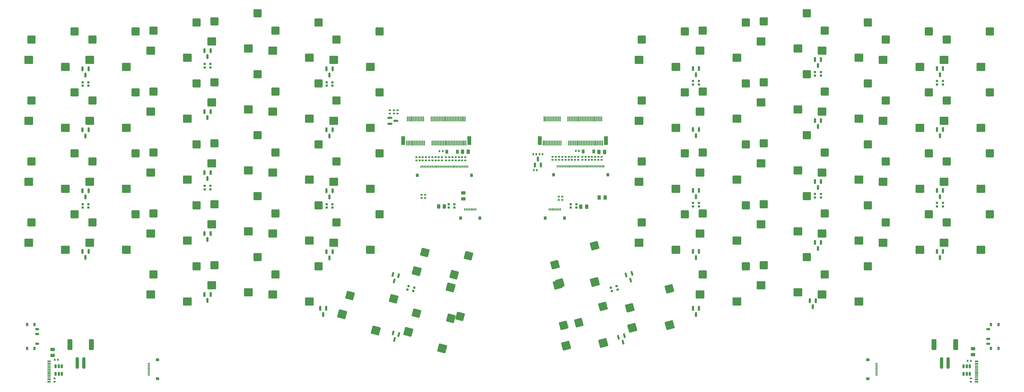
<source format=gbp>
%TF.GenerationSoftware,KiCad,Pcbnew,6.0.11-3.fc37*%
%TF.CreationDate,2023-03-28T23:22:27+01:00*%
%TF.ProjectId,ISS,4953532e-6b69-4636-9164-5f7063625858,1*%
%TF.SameCoordinates,Original*%
%TF.FileFunction,Paste,Bot*%
%TF.FilePolarity,Positive*%
%FSLAX46Y46*%
G04 Gerber Fmt 4.6, Leading zero omitted, Abs format (unit mm)*
G04 Created by KiCad (PCBNEW 6.0.11-3.fc37) date 2023-03-28 23:22:27*
%MOMM*%
%LPD*%
G01*
G04 APERTURE LIST*
G04 Aperture macros list*
%AMRoundRect*
0 Rectangle with rounded corners*
0 $1 Rounding radius*
0 $2 $3 $4 $5 $6 $7 $8 $9 X,Y pos of 4 corners*
0 Add a 4 corners polygon primitive as box body*
4,1,4,$2,$3,$4,$5,$6,$7,$8,$9,$2,$3,0*
0 Add four circle primitives for the rounded corners*
1,1,$1+$1,$2,$3*
1,1,$1+$1,$4,$5*
1,1,$1+$1,$6,$7*
1,1,$1+$1,$8,$9*
0 Add four rect primitives between the rounded corners*
20,1,$1+$1,$2,$3,$4,$5,0*
20,1,$1+$1,$4,$5,$6,$7,0*
20,1,$1+$1,$6,$7,$8,$9,0*
20,1,$1+$1,$8,$9,$2,$3,0*%
G04 Aperture macros list end*
%ADD10RoundRect,0.250000X1.025000X1.000000X-1.025000X1.000000X-1.025000X-1.000000X1.025000X-1.000000X0*%
%ADD11RoundRect,0.140000X-0.170000X0.140000X-0.170000X-0.140000X0.170000X-0.140000X0.170000X0.140000X0*%
%ADD12RoundRect,0.140000X0.170000X-0.140000X0.170000X0.140000X-0.170000X0.140000X-0.170000X-0.140000X0*%
%ADD13RoundRect,0.150000X-0.150000X0.587500X-0.150000X-0.587500X0.150000X-0.587500X0.150000X0.587500X0*%
%ADD14RoundRect,0.105000X-0.245000X-0.245000X0.245000X-0.245000X0.245000X0.245000X-0.245000X0.245000X0*%
%ADD15RoundRect,0.260000X1.065000X1.040000X-1.065000X1.040000X-1.065000X-1.040000X1.065000X-1.040000X0*%
%ADD16RoundRect,0.150000X0.150000X-0.475000X0.150000X0.475000X-0.150000X0.475000X-0.150000X-0.475000X0*%
%ADD17RoundRect,0.105000X0.245000X0.245000X-0.245000X0.245000X-0.245000X-0.245000X0.245000X-0.245000X0*%
%ADD18RoundRect,0.135000X-0.185000X0.135000X-0.185000X-0.135000X0.185000X-0.135000X0.185000X0.135000X0*%
%ADD19RoundRect,0.150000X0.150000X-0.587500X0.150000X0.587500X-0.150000X0.587500X-0.150000X-0.587500X0*%
%ADD20RoundRect,0.250000X0.450000X-0.262500X0.450000X0.262500X-0.450000X0.262500X-0.450000X-0.262500X0*%
%ADD21RoundRect,0.250000X0.262500X0.450000X-0.262500X0.450000X-0.262500X-0.450000X0.262500X-0.450000X0*%
%ADD22RoundRect,0.250000X1.248893X0.700636X-0.731255X1.231215X-1.248893X-0.700636X0.731255X-1.231215X0*%
%ADD23RoundRect,0.250000X-0.450000X0.262500X-0.450000X-0.262500X0.450000X-0.262500X0.450000X0.262500X0*%
%ADD24RoundRect,0.140000X-0.140000X-0.170000X0.140000X-0.170000X0.140000X0.170000X-0.140000X0.170000X0*%
%ADD25R,0.900000X1.200000*%
%ADD26R,0.300000X1.550000*%
%ADD27R,1.200000X2.750000*%
%ADD28RoundRect,0.250000X-0.262500X-0.450000X0.262500X-0.450000X0.262500X0.450000X-0.262500X0.450000X0*%
%ADD29R,1.100000X0.540000*%
%ADD30R,1.100000X0.300000*%
%ADD31RoundRect,0.250000X0.731255X1.231215X-1.248893X0.700636X-0.731255X-1.231215X1.248893X-0.700636X0*%
%ADD32RoundRect,0.250000X0.700636X-1.248893X1.231215X0.731255X-0.700636X1.248893X-1.231215X-0.731255X0*%
%ADD33R,0.300000X0.800000*%
%ADD34R,0.950000X1.000000*%
%ADD35RoundRect,0.135000X-0.135000X-0.185000X0.135000X-0.185000X0.135000X0.185000X-0.135000X0.185000X0*%
%ADD36RoundRect,0.150000X0.007167X0.606304X-0.296945X-0.528659X-0.007167X-0.606304X0.296945X0.528659X0*%
%ADD37RoundRect,0.260000X1.297883X0.728921X-0.759539X1.280205X-1.297883X-0.728921X0.759539X-1.280205X0*%
%ADD38RoundRect,0.250000X-0.250000X-1.500000X0.250000X-1.500000X0.250000X1.500000X-0.250000X1.500000X0*%
%ADD39RoundRect,0.250001X-0.499999X-1.449999X0.499999X-1.449999X0.499999X1.449999X-0.499999X1.449999X0*%
%ADD40RoundRect,0.150000X-0.296945X0.528659X0.007167X-0.606304X0.296945X-0.528659X-0.007167X0.606304X0*%
%ADD41RoundRect,0.105000X0.300062X0.173241X-0.173241X0.300062X-0.300062X-0.173241X0.173241X-0.300062X0*%
%ADD42RoundRect,0.260000X0.759539X1.280205X-1.297883X0.728921X-0.759539X-1.280205X1.297883X-0.728921X0*%
%ADD43RoundRect,0.105000X-0.173241X-0.300062X0.300062X-0.173241X0.173241X0.300062X-0.300062X0.173241X0*%
%ADD44R,0.800000X0.300000*%
%ADD45R,1.000000X0.950000*%
%ADD46RoundRect,0.135000X0.185000X-0.135000X0.185000X0.135000X-0.185000X0.135000X-0.185000X-0.135000X0*%
%ADD47RoundRect,0.250000X-1.231215X0.731255X-0.700636X-1.248893X1.231215X-0.731255X0.700636X1.248893X0*%
%ADD48RoundRect,0.090000X0.535000X-0.210000X0.535000X0.210000X-0.535000X0.210000X-0.535000X-0.210000X0*%
%ADD49RoundRect,0.105000X-0.245000X-0.445000X0.245000X-0.445000X0.245000X0.445000X-0.245000X0.445000X0*%
%ADD50RoundRect,0.140000X0.140000X0.170000X-0.140000X0.170000X-0.140000X-0.170000X0.140000X-0.170000X0*%
%ADD51RoundRect,0.150000X-0.587500X-0.150000X0.587500X-0.150000X0.587500X0.150000X-0.587500X0.150000X0*%
%ADD52RoundRect,0.090000X-0.535000X0.210000X-0.535000X-0.210000X0.535000X-0.210000X0.535000X0.210000X0*%
%ADD53RoundRect,0.105000X0.245000X0.445000X-0.245000X0.445000X-0.245000X-0.445000X0.245000X-0.445000X0*%
G04 APERTURE END LIST*
D10*
%TO.C,MX_SW1*%
X2165000Y-12700000D03*
X15615000Y-10160000D03*
%TD*%
D11*
%TO.C,C9*%
X132639642Y-49430874D03*
X132639642Y-50390874D03*
%TD*%
D12*
%TO.C,C5*%
X137639642Y-50390874D03*
X137639642Y-49430874D03*
%TD*%
D13*
%TO.C,D2*%
X56200000Y-16128125D03*
X58100000Y-16128125D03*
X57150000Y-18003125D03*
%TD*%
D10*
%TO.C,MX_SW7*%
X2165000Y-31750000D03*
X15615000Y-29210000D03*
%TD*%
D14*
%TO.C,UG106*%
X208743568Y-64851250D03*
X208743568Y-63751250D03*
X210573568Y-63751250D03*
X210573568Y-64851250D03*
%TD*%
D15*
%TO.C,CH_SW20*%
X20330000Y-76140000D03*
X31820000Y-78340000D03*
%TD*%
D10*
%TO.C,MX_SW108*%
X268973568Y-31750000D03*
X282423568Y-29210000D03*
%TD*%
D16*
%TO.C,U2*%
X295183568Y-117107500D03*
X294233568Y-117107500D03*
X293283568Y-117182500D03*
X293283568Y-114757500D03*
X294233568Y-114757500D03*
X295183568Y-114757500D03*
%TD*%
D10*
%TO.C,MX_SW101*%
X288023568Y-12700000D03*
X301473568Y-10160000D03*
%TD*%
D17*
%TO.C,UG103*%
X210573568Y-25651250D03*
X210573568Y-26751250D03*
X208743568Y-26751250D03*
X208743568Y-25651250D03*
%TD*%
D11*
%TO.C,C118*%
X166933568Y-49315001D03*
X166933568Y-50275001D03*
%TD*%
D15*
%TO.C,CH_SW6*%
X96530000Y-18990000D03*
X108020000Y-21190000D03*
%TD*%
D13*
%TO.C,D105*%
X246808568Y-37956250D03*
X248708568Y-37956250D03*
X247758568Y-39831250D03*
%TD*%
%TO.C,D9*%
X94300000Y-59943125D03*
X96200000Y-59943125D03*
X95250000Y-61818125D03*
%TD*%
%TO.C,D8*%
X56200000Y-54228125D03*
X58100000Y-54228125D03*
X57150000Y-56103125D03*
%TD*%
D12*
%TO.C,C111*%
X172933568Y-50275001D03*
X172933568Y-49315001D03*
%TD*%
D10*
%TO.C,MX_SW22*%
X59315000Y-64135000D03*
X72765000Y-61595000D03*
%TD*%
D11*
%TO.C,C8*%
X133639643Y-49430874D03*
X133639643Y-50390874D03*
%TD*%
%TO.C,C108*%
X176208569Y-49315001D03*
X176208569Y-50275001D03*
%TD*%
D12*
%TO.C,C114*%
X170933568Y-50275001D03*
X170933568Y-49315001D03*
%TD*%
D18*
%TO.C,R104*%
X167908568Y-61800000D03*
X167908568Y-62820000D03*
%TD*%
D13*
%TO.C,D114*%
X245221068Y-94312500D03*
X247121068Y-94312500D03*
X246171068Y-96187500D03*
%TD*%
D19*
%TO.C,U102*%
X161258568Y-51875001D03*
X159358568Y-51875001D03*
X160308568Y-50000001D03*
%TD*%
D20*
%TO.C,R4*%
X136997858Y-62450001D03*
X136997858Y-60625001D03*
%TD*%
D21*
%TO.C,R5*%
X131150000Y-64800000D03*
X129325000Y-64800000D03*
%TD*%
D17*
%TO.C,UG102*%
X248673568Y-22793750D03*
X248673568Y-23893750D03*
X246843568Y-23893750D03*
X246843568Y-22793750D03*
%TD*%
D10*
%TO.C,MX_SW4*%
X59315000Y-6985000D03*
X72765000Y-4445000D03*
%TD*%
D22*
%TO.C,MX_SW30*%
X122364981Y-98198935D03*
X136014084Y-99226600D03*
%TD*%
D10*
%TO.C,MX_SW23*%
X78365000Y-66992500D03*
X91815000Y-64452500D03*
%TD*%
D23*
%TO.C,F101*%
X8750000Y-109542500D03*
X8750000Y-111367500D03*
%TD*%
D24*
%TO.C,C103*%
X159008568Y-53437500D03*
X159968568Y-53437500D03*
%TD*%
D15*
%TO.C,CH_SW27*%
X58430000Y-89475000D03*
X69920000Y-91675000D03*
%TD*%
D11*
%TO.C,C20*%
X122364642Y-49430874D03*
X122364642Y-50390874D03*
%TD*%
D13*
%TO.C,D11*%
X56200000Y-73278125D03*
X58100000Y-73278125D03*
X57150000Y-75153125D03*
%TD*%
D15*
%TO.C,CH_SW13*%
X1280000Y-57090000D03*
X12770000Y-59290000D03*
%TD*%
%TO.C,CH_SW7*%
X1280000Y-38040000D03*
X12770000Y-40240000D03*
%TD*%
D25*
%TO.C,D117*%
X177758568Y-47625001D03*
X174458568Y-47625001D03*
%TD*%
D10*
%TO.C,MX_SW21*%
X40265000Y-66992500D03*
X53715000Y-64452500D03*
%TD*%
D11*
%TO.C,C120*%
X164933568Y-49315001D03*
X164933568Y-50275001D03*
%TD*%
D26*
%TO.C,M101*%
X161975000Y-45000001D03*
X162225000Y-37450001D03*
X162475000Y-45000001D03*
X162725000Y-37450001D03*
X162975000Y-45000001D03*
X163225000Y-37450001D03*
X163475000Y-45000001D03*
X163725000Y-37450001D03*
X163975000Y-45000001D03*
X164225000Y-37450001D03*
X164475000Y-45000001D03*
X164725000Y-37450001D03*
X164975000Y-45000001D03*
X165225000Y-37450001D03*
X165475000Y-45000001D03*
X165725000Y-37450001D03*
X165975000Y-45000001D03*
X166225000Y-37450001D03*
X166475000Y-45000001D03*
X166725000Y-37450001D03*
X166975000Y-45000001D03*
X167225000Y-37450001D03*
X167475000Y-45000001D03*
X169725000Y-37450001D03*
X169975000Y-45000001D03*
X170225000Y-37450001D03*
X170475000Y-45000001D03*
X170725000Y-37450001D03*
X170975000Y-45000001D03*
X171225000Y-37450001D03*
X171475000Y-45000001D03*
X171725000Y-37450001D03*
X171975000Y-45000001D03*
X172225000Y-37450001D03*
X172475000Y-45000001D03*
X172725000Y-37450001D03*
X172975000Y-45000001D03*
X173225000Y-37450001D03*
X173475000Y-45000001D03*
X173725000Y-37450001D03*
X173975000Y-45000001D03*
X174225000Y-37450001D03*
X174475000Y-45000001D03*
X174725000Y-37450001D03*
X174975000Y-45000001D03*
X175225000Y-37450001D03*
X175475000Y-45000001D03*
X175725000Y-37450001D03*
X175975000Y-45000001D03*
X176225000Y-37450001D03*
X176475000Y-45000001D03*
X176725000Y-37450001D03*
X176975000Y-45000001D03*
X177225000Y-37450001D03*
X177475000Y-45000001D03*
X177725000Y-37450001D03*
X177975000Y-45000001D03*
X178225000Y-37450001D03*
X178475000Y-45000001D03*
X178725000Y-37450001D03*
X178975000Y-45000001D03*
X179225000Y-37450001D03*
X179475000Y-45000001D03*
X179725000Y-37450001D03*
X179975000Y-45000001D03*
X180225000Y-37450001D03*
X180475000Y-45000001D03*
D27*
X160875000Y-44225001D03*
X181575000Y-44225001D03*
%TD*%
D28*
%TO.C,R105*%
X179496068Y-62000000D03*
X181321068Y-62000000D03*
%TD*%
D12*
%TO.C,C117*%
X167933568Y-50275001D03*
X167933568Y-49315001D03*
%TD*%
D29*
%TO.C,J1*%
X297273568Y-113227501D03*
X297273568Y-113977501D03*
D30*
X297273568Y-115177501D03*
X297273568Y-116177501D03*
X297273568Y-116677501D03*
X297273568Y-117677501D03*
D29*
X297273568Y-118877501D03*
X297273568Y-119627501D03*
X297273568Y-119627501D03*
X297273568Y-118877501D03*
D30*
X297273568Y-118177501D03*
X297273568Y-117177501D03*
X297273568Y-115677501D03*
X297273568Y-114677501D03*
D29*
X297273568Y-113977501D03*
X297273568Y-113227501D03*
%TD*%
D31*
%TO.C,MX_SW129*%
X189026158Y-96461936D03*
X201360460Y-90527368D03*
%TD*%
D15*
%TO.C,CH_SW10*%
X58430000Y-32325000D03*
X69920000Y-34525000D03*
%TD*%
D10*
%TO.C,MX_SW14*%
X21215000Y-50800000D03*
X34665000Y-48260000D03*
%TD*%
D14*
%TO.C,UG1*%
X18135000Y-27100000D03*
X18135000Y-26000000D03*
X19965000Y-26000000D03*
X19965000Y-27100000D03*
%TD*%
D10*
%TO.C,MX_SW10*%
X59315000Y-26035000D03*
X72765000Y-23495000D03*
%TD*%
D32*
%TO.C,MX_SW31*%
X134137875Y-86113372D03*
X133110210Y-99762475D03*
%TD*%
D33*
%TO.C,J102*%
X167350000Y-65725000D03*
X166850000Y-65725000D03*
X166350000Y-65725000D03*
X165850000Y-65725000D03*
X165350000Y-65725000D03*
X164850000Y-65725000D03*
X164350000Y-65725000D03*
X163850000Y-65725000D03*
D34*
X168575000Y-68425000D03*
X162625000Y-68425000D03*
%TD*%
D10*
%TO.C,MX_SW16*%
X59315000Y-45085000D03*
X72765000Y-42545000D03*
%TD*%
D13*
%TO.C,D4*%
X18100000Y-40893125D03*
X20000000Y-40893125D03*
X19050000Y-42768125D03*
%TD*%
D10*
%TO.C,MX_SW117*%
X211823568Y-47942500D03*
X225273568Y-45402500D03*
%TD*%
D12*
%TO.C,C3*%
X114050000Y-35750000D03*
X114050000Y-34790000D03*
%TD*%
D35*
%TO.C,R102*%
X9424999Y-112707500D03*
X10444999Y-112707500D03*
%TD*%
D36*
%TO.C,D13*%
X115001946Y-86033989D03*
X116837205Y-86525746D03*
X115434290Y-88090978D03*
%TD*%
D10*
%TO.C,MX_SW8*%
X21215000Y-31750000D03*
X34665000Y-29210000D03*
%TD*%
%TO.C,MX_SW24*%
X97415000Y-69850000D03*
X110865000Y-67310000D03*
%TD*%
D15*
%TO.C,CH_SW28*%
X77480000Y-92332500D03*
X88970000Y-94532500D03*
%TD*%
D12*
%TO.C,C13*%
X129364642Y-50390874D03*
X129364642Y-49430874D03*
%TD*%
D15*
%TO.C,CH_SW22*%
X58430000Y-70425000D03*
X69920000Y-72625000D03*
%TD*%
%TO.C,CH_SW21*%
X39380000Y-73282500D03*
X50870000Y-75482500D03*
%TD*%
D22*
%TO.C,MX_SW25*%
X124995373Y-79181735D03*
X138644476Y-80209400D03*
%TD*%
D13*
%TO.C,D10*%
X18100000Y-78834375D03*
X20000000Y-78834375D03*
X19050000Y-80709375D03*
%TD*%
D15*
%TO.C,CH_SW102*%
X268088568Y-18990000D03*
X279578568Y-21190000D03*
%TD*%
D21*
%TO.C,R3*%
X138595000Y-47710000D03*
X136770000Y-47710000D03*
%TD*%
D15*
%TO.C,CH_SW9*%
X39380000Y-35182500D03*
X50870000Y-37382500D03*
%TD*%
D10*
%TO.C,MX_SW3*%
X40265000Y-9842500D03*
X53715000Y-7302500D03*
%TD*%
D15*
%TO.C,CH_SW3*%
X39380000Y-16132500D03*
X50870000Y-18332500D03*
%TD*%
D13*
%TO.C,D3*%
X94300000Y-21843125D03*
X96200000Y-21843125D03*
X95250000Y-23718125D03*
%TD*%
D12*
%TO.C,C17*%
X125364642Y-50390874D03*
X125364642Y-49430874D03*
%TD*%
D17*
%TO.C,UG4*%
X19965000Y-64100000D03*
X19965000Y-65200000D03*
X18135000Y-65200000D03*
X18135000Y-64100000D03*
%TD*%
D10*
%TO.C,MX_SW110*%
X230873568Y-26035000D03*
X244323568Y-23495000D03*
%TD*%
D11*
%TO.C,C107*%
X178208568Y-49315001D03*
X178208568Y-50275001D03*
%TD*%
%TO.C,C110*%
X174208568Y-49315001D03*
X174208568Y-50275001D03*
%TD*%
D14*
%TO.C,UG105*%
X246843568Y-61993750D03*
X246843568Y-60893750D03*
X248673568Y-60893750D03*
X248673568Y-61993750D03*
%TD*%
D10*
%TO.C,MX_SW17*%
X78365000Y-47942500D03*
X91815000Y-45402500D03*
%TD*%
D15*
%TO.C,CH_SW8*%
X20330000Y-38040000D03*
X31820000Y-40240000D03*
%TD*%
D11*
%TO.C,C6*%
X134639641Y-49430874D03*
X134639641Y-50390874D03*
%TD*%
D10*
%TO.C,MX_SW28*%
X78365000Y-86042500D03*
X91815000Y-83502500D03*
%TD*%
D37*
%TO.C,CH_SW30*%
X119882165Y-104045554D03*
X130411251Y-109144421D03*
%TD*%
D10*
%TO.C,MX_SW13*%
X2165000Y-50800000D03*
X15615000Y-48260000D03*
%TD*%
%TO.C,MX_SW114*%
X268973568Y-50800000D03*
X282423568Y-48260000D03*
%TD*%
%TO.C,MX_SW118*%
X192773568Y-50800000D03*
X206223568Y-48260000D03*
%TD*%
D12*
%TO.C,C2*%
X115400000Y-35750000D03*
X115400000Y-34790000D03*
%TD*%
D15*
%TO.C,CH_SW114*%
X268088568Y-57090000D03*
X279578568Y-59290000D03*
%TD*%
D10*
%TO.C,MX_SW106*%
X192773568Y-12700000D03*
X206223568Y-10160000D03*
%TD*%
%TO.C,MX_SW11*%
X78365000Y-28892500D03*
X91815000Y-26352500D03*
%TD*%
D15*
%TO.C,CH_SW16*%
X58430000Y-51375000D03*
X69920000Y-53575000D03*
%TD*%
%TO.C,CH_SW5*%
X77480000Y-16132500D03*
X88970000Y-18332500D03*
%TD*%
D10*
%TO.C,MX_SW112*%
X192773568Y-31750000D03*
X206223568Y-29210000D03*
%TD*%
D15*
%TO.C,CH_SW12*%
X96530000Y-38040000D03*
X108020000Y-40240000D03*
%TD*%
D11*
%TO.C,C10*%
X131639642Y-49430874D03*
X131639642Y-50390874D03*
%TD*%
D15*
%TO.C,CH_SW24*%
X96530000Y-76140000D03*
X108020000Y-78340000D03*
%TD*%
D10*
%TO.C,MX_SW9*%
X40265000Y-28892500D03*
X53715000Y-26352500D03*
%TD*%
%TO.C,MX_SW121*%
X249923568Y-66992500D03*
X263373568Y-64452500D03*
%TD*%
D31*
%TO.C,MX_SW130*%
X168325160Y-102008752D03*
X180659462Y-96074184D03*
%TD*%
D10*
%TO.C,MX_SW119*%
X288023568Y-69850000D03*
X301473568Y-67310000D03*
%TD*%
D12*
%TO.C,C113*%
X171933568Y-50275001D03*
X171933568Y-49315001D03*
%TD*%
D10*
%TO.C,MX_SW26*%
X40265000Y-86042500D03*
X53715000Y-83502500D03*
%TD*%
D15*
%TO.C,CH_SW104*%
X229988568Y-13275000D03*
X241478568Y-15475000D03*
%TD*%
D13*
%TO.C,D109*%
X208708568Y-59863750D03*
X210608568Y-59863750D03*
X209658568Y-61738750D03*
%TD*%
D10*
%TO.C,MX_SW116*%
X230873568Y-45085000D03*
X244323568Y-42545000D03*
%TD*%
%TO.C,MX_SW127*%
X230873568Y-83185000D03*
X244323568Y-80645000D03*
%TD*%
D13*
%TO.C,D104*%
X284908568Y-40813750D03*
X286808568Y-40813750D03*
X285858568Y-42688750D03*
%TD*%
D38*
%TO.C,J104*%
X16500000Y-113757500D03*
X18500000Y-113757500D03*
D39*
X14150000Y-108007500D03*
X20850000Y-108007500D03*
%TD*%
D10*
%TO.C,MX_SW19*%
X2165000Y-69850000D03*
X15615000Y-67310000D03*
%TD*%
D15*
%TO.C,CH_SW123*%
X210938568Y-73282500D03*
X222428568Y-75482500D03*
%TD*%
D10*
%TO.C,MX_SW120*%
X268973568Y-69850000D03*
X282423568Y-67310000D03*
%TD*%
%TO.C,MX_SW18*%
X97415000Y-50800000D03*
X110865000Y-48260000D03*
%TD*%
D15*
%TO.C,CH_SW23*%
X77480000Y-73282500D03*
X88970000Y-75482500D03*
%TD*%
%TO.C,CH_SW103*%
X249038568Y-16132500D03*
X260528568Y-18332500D03*
%TD*%
%TO.C,CH_SW15*%
X39380000Y-54232500D03*
X50870000Y-56432500D03*
%TD*%
D11*
%TO.C,C119*%
X165933567Y-49315001D03*
X165933567Y-50275001D03*
%TD*%
D10*
%TO.C,MX_SW113*%
X288023568Y-50800000D03*
X301473568Y-48260000D03*
%TD*%
D15*
%TO.C,CH_SW106*%
X191888568Y-18990000D03*
X203378568Y-21190000D03*
%TD*%
D11*
%TO.C,C106*%
X177208567Y-49315001D03*
X177208567Y-50275001D03*
%TD*%
D12*
%TO.C,C15*%
X127364643Y-50390874D03*
X127364643Y-49430874D03*
%TD*%
D18*
%TO.C,R103*%
X166808568Y-61799999D03*
X166808568Y-62819999D03*
%TD*%
D40*
%TO.C,D116*%
X185479546Y-105702823D03*
X187314805Y-105211066D03*
X186882461Y-107268055D03*
%TD*%
D15*
%TO.C,CH_SW4*%
X58430000Y-13275000D03*
X69920000Y-15475000D03*
%TD*%
D10*
%TO.C,MX_SW111*%
X211823568Y-28892500D03*
X225273568Y-26352500D03*
%TD*%
D17*
%TO.C,UG5*%
X58065000Y-58385000D03*
X58065000Y-59485000D03*
X56235000Y-59485000D03*
X56235000Y-58385000D03*
%TD*%
D13*
%TO.C,D110*%
X284908568Y-78913750D03*
X286808568Y-78913750D03*
X285858568Y-80788750D03*
%TD*%
D11*
%TO.C,C7*%
X135639642Y-49430874D03*
X135639642Y-50390874D03*
%TD*%
D13*
%TO.C,D12*%
X94300000Y-78993125D03*
X96200000Y-78993125D03*
X95250000Y-80868125D03*
%TD*%
D15*
%TO.C,CH_SW116*%
X229988568Y-51375000D03*
X241478568Y-53575000D03*
%TD*%
%TO.C,CH_SW115*%
X249038568Y-54232500D03*
X260528568Y-56432500D03*
%TD*%
D28*
%TO.C,R107*%
X173734315Y-64900000D03*
X175559315Y-64900000D03*
%TD*%
D15*
%TO.C,CH_SW117*%
X210938568Y-54232500D03*
X222428568Y-56432500D03*
%TD*%
D11*
%TO.C,C19*%
X123364641Y-49430874D03*
X123364641Y-50390874D03*
%TD*%
D12*
%TO.C,C104*%
X179208568Y-50275001D03*
X179208568Y-49315001D03*
%TD*%
D13*
%TO.C,D1*%
X18100000Y-21843125D03*
X20000000Y-21843125D03*
X19050000Y-23718125D03*
%TD*%
%TO.C,D102*%
X246808568Y-18906250D03*
X248708568Y-18906250D03*
X247758568Y-20781250D03*
%TD*%
D17*
%TO.C,UG7*%
X134262858Y-64100000D03*
X134262858Y-65200000D03*
X132432858Y-65200000D03*
X132432858Y-64100000D03*
%TD*%
D16*
%TO.C,U101*%
X11625000Y-117107500D03*
X10675000Y-117107500D03*
X9725000Y-117182500D03*
X9725000Y-114757500D03*
X10675000Y-114757500D03*
X11625000Y-114757500D03*
%TD*%
D13*
%TO.C,D107*%
X284908568Y-59863750D03*
X286808568Y-59863750D03*
X285858568Y-61738750D03*
%TD*%
D10*
%TO.C,MX_SW27*%
X59315000Y-83185000D03*
X72765000Y-80645000D03*
%TD*%
D13*
%TO.C,D101*%
X284908568Y-21763750D03*
X286808568Y-21763750D03*
X285858568Y-23638750D03*
%TD*%
D41*
%TO.C,UG9*%
X121676173Y-90193060D03*
X121391472Y-91255579D03*
X119623827Y-90781940D03*
X119908528Y-89719421D03*
%TD*%
D12*
%TO.C,C116*%
X168933568Y-50275001D03*
X168933568Y-49315001D03*
%TD*%
D10*
%TO.C,MX_SW15*%
X40265000Y-47942500D03*
X53715000Y-45402500D03*
%TD*%
D15*
%TO.C,CH_SW1*%
X1280000Y-18990000D03*
X12770000Y-21190000D03*
%TD*%
D10*
%TO.C,MX_SW12*%
X97415000Y-31750000D03*
X110865000Y-29210000D03*
%TD*%
D14*
%TO.C,UG107*%
X170537142Y-65200000D03*
X170537142Y-64100000D03*
X172367142Y-64100000D03*
X172367142Y-65200000D03*
%TD*%
D29*
%TO.C,J101*%
X7635000Y-119627501D03*
X7635000Y-118877501D03*
D30*
X7635000Y-117677501D03*
X7635000Y-116677501D03*
X7635000Y-116177501D03*
X7635000Y-115177501D03*
D29*
X7635000Y-113977501D03*
X7635000Y-113227501D03*
X7635000Y-113227501D03*
X7635000Y-113977501D03*
D30*
X7635000Y-114677501D03*
X7635000Y-115677501D03*
X7635000Y-117177501D03*
X7635000Y-118177501D03*
D29*
X7635000Y-118877501D03*
X7635000Y-119627501D03*
%TD*%
D42*
%TO.C,CH_SW130*%
X169098287Y-108313480D03*
X180766177Y-107464686D03*
%TD*%
D14*
%TO.C,UG104*%
X284943568Y-64851250D03*
X284943568Y-63751250D03*
X286773568Y-63751250D03*
X286773568Y-64851250D03*
%TD*%
D37*
%TO.C,CH_SW29*%
X99181167Y-98498738D03*
X109710253Y-103597605D03*
%TD*%
D43*
%TO.C,UG108*%
X183408528Y-91255579D03*
X183123827Y-90193060D03*
X184891472Y-89719421D03*
X185176173Y-90781940D03*
%TD*%
D15*
%TO.C,CH_SW18*%
X96530000Y-57090000D03*
X108020000Y-59290000D03*
%TD*%
D10*
%TO.C,MX_SW115*%
X249923568Y-47942500D03*
X263373568Y-45402500D03*
%TD*%
%TO.C,MX_SW104*%
X230873568Y-6985000D03*
X244323568Y-4445000D03*
%TD*%
%TO.C,MX_SW102*%
X268973568Y-12700000D03*
X282423568Y-10160000D03*
%TD*%
D44*
%TO.C,J7*%
X266098568Y-117450000D03*
X266098568Y-116950000D03*
X266098568Y-116450000D03*
X266098568Y-115950000D03*
X266098568Y-115450000D03*
X266098568Y-114950000D03*
X266098568Y-114450000D03*
X266098568Y-113950000D03*
D45*
X263398568Y-118675000D03*
X263398568Y-112725000D03*
%TD*%
D12*
%TO.C,C11*%
X130364642Y-50390874D03*
X130364642Y-49430874D03*
%TD*%
D13*
%TO.C,D112*%
X208708568Y-78913750D03*
X210608568Y-78913750D03*
X209658568Y-80788750D03*
%TD*%
D26*
%TO.C,M1*%
X119325000Y-45000001D03*
X119575000Y-37450001D03*
X119825000Y-45000001D03*
X120075000Y-37450001D03*
X120325000Y-45000001D03*
X120575000Y-37450001D03*
X120825000Y-45000001D03*
X121075000Y-37450001D03*
X121325000Y-45000001D03*
X121575000Y-37450001D03*
X121825000Y-45000001D03*
X122075000Y-37450001D03*
X122325000Y-45000001D03*
X122575000Y-37450001D03*
X122825000Y-45000001D03*
X123075000Y-37450001D03*
X123325000Y-45000001D03*
X123575000Y-37450001D03*
X123825000Y-45000001D03*
X124075000Y-37450001D03*
X124325000Y-45000001D03*
X124575000Y-37450001D03*
X124825000Y-45000001D03*
X127075000Y-37450001D03*
X127325000Y-45000001D03*
X127575000Y-37450001D03*
X127825000Y-45000001D03*
X128075000Y-37450001D03*
X128325000Y-45000001D03*
X128575000Y-37450001D03*
X128825000Y-45000001D03*
X129075000Y-37450001D03*
X129325000Y-45000001D03*
X129575000Y-37450001D03*
X129825000Y-45000001D03*
X130075000Y-37450001D03*
X130325000Y-45000001D03*
X130575000Y-37450001D03*
X130825000Y-45000001D03*
X131075000Y-37450001D03*
X131325000Y-45000001D03*
X131575000Y-37450001D03*
X131825000Y-45000001D03*
X132075000Y-37450001D03*
X132325000Y-45000001D03*
X132575000Y-37450001D03*
X132825000Y-45000001D03*
X133075000Y-37450001D03*
X133325000Y-45000001D03*
X133575000Y-37450001D03*
X133825000Y-45000001D03*
X134075000Y-37450001D03*
X134325000Y-45000001D03*
X134575000Y-37450001D03*
X134825000Y-45000001D03*
X135075000Y-37450001D03*
X135325000Y-45000001D03*
X135575000Y-37450001D03*
X135825000Y-45000001D03*
X136075000Y-37450001D03*
X136325000Y-45000001D03*
X136575000Y-37450001D03*
X136825000Y-45000001D03*
X137075000Y-37450001D03*
X137325000Y-45000001D03*
X137575000Y-37450001D03*
X137825000Y-45000001D03*
D27*
X118225000Y-44225001D03*
X138925000Y-44225001D03*
%TD*%
D15*
%TO.C,CH_SW17*%
X77480000Y-54232500D03*
X88970000Y-56432500D03*
%TD*%
D33*
%TO.C,J6*%
X138364642Y-52365873D03*
X137864642Y-52365873D03*
X137364642Y-52365873D03*
X136864642Y-52365873D03*
X136364642Y-52365873D03*
X135864642Y-52365873D03*
X135364642Y-52365873D03*
X134864642Y-52365873D03*
X134364642Y-52365873D03*
X133864642Y-52365873D03*
X133364642Y-52365873D03*
X132864642Y-52365873D03*
X132364642Y-52365873D03*
X131864642Y-52365873D03*
X131364642Y-52365873D03*
X130864642Y-52365873D03*
X130364642Y-52365873D03*
X129864642Y-52365873D03*
X129364642Y-52365873D03*
X128864642Y-52365873D03*
X128364642Y-52365873D03*
X127864642Y-52365873D03*
X127364642Y-52365873D03*
X126864642Y-52365873D03*
X126364642Y-52365873D03*
X125864642Y-52365873D03*
X125364642Y-52365873D03*
X124864642Y-52365873D03*
X124364642Y-52365873D03*
X123864642Y-52365873D03*
D34*
X139589642Y-55065873D03*
X122639642Y-55065873D03*
%TD*%
D46*
%TO.C,R6*%
X124010000Y-62159999D03*
X124010000Y-61139999D03*
%TD*%
D15*
%TO.C,CH_SW11*%
X77480000Y-35182500D03*
X88970000Y-37382500D03*
%TD*%
D24*
%TO.C,C101*%
X160808568Y-48437500D03*
X161768568Y-48437500D03*
%TD*%
D13*
%TO.C,D103*%
X208708568Y-21763750D03*
X210608568Y-21763750D03*
X209658568Y-23638750D03*
%TD*%
D10*
%TO.C,MX_SW105*%
X211823568Y-9842500D03*
X225273568Y-7302500D03*
%TD*%
D40*
%TO.C,D113*%
X187860796Y-86255948D03*
X189696055Y-85764191D03*
X189263711Y-87821180D03*
%TD*%
D10*
%TO.C,MX_SW122*%
X230873568Y-64135000D03*
X244323568Y-61595000D03*
%TD*%
D24*
%TO.C,C12*%
X129604642Y-47540874D03*
X130564642Y-47540874D03*
%TD*%
D15*
%TO.C,CH_SW111*%
X210938568Y-35182500D03*
X222428568Y-37382500D03*
%TD*%
D10*
%TO.C,MX_SW107*%
X288023568Y-31750000D03*
X301473568Y-29210000D03*
%TD*%
D38*
%TO.C,J3*%
X286408568Y-113757500D03*
X288408568Y-113757500D03*
D39*
X290758568Y-108007500D03*
X284058568Y-108007500D03*
%TD*%
D33*
%TO.C,J2*%
X140950000Y-65725000D03*
X140450000Y-65725000D03*
X139950000Y-65725000D03*
X139450000Y-65725000D03*
X138950000Y-65725000D03*
X138450000Y-65725000D03*
X137950000Y-65725000D03*
X137450000Y-65725000D03*
D34*
X142175000Y-68425000D03*
X136225000Y-68425000D03*
%TD*%
D15*
%TO.C,CH_SW105*%
X210938568Y-16132500D03*
X222428568Y-18332500D03*
%TD*%
%TO.C,CH_SW2*%
X20330000Y-18990000D03*
X31820000Y-21190000D03*
%TD*%
D14*
%TO.C,UG3*%
X94335000Y-27100000D03*
X94335000Y-26000000D03*
X96165000Y-26000000D03*
X96165000Y-27100000D03*
%TD*%
D24*
%TO.C,C112*%
X172173568Y-47425001D03*
X173133568Y-47425001D03*
%TD*%
D12*
%TO.C,C4*%
X136639642Y-50390874D03*
X136639642Y-49430874D03*
%TD*%
D14*
%TO.C,UG2*%
X56235000Y-21385000D03*
X56235000Y-20285000D03*
X58065000Y-20285000D03*
X58065000Y-21385000D03*
%TD*%
D15*
%TO.C,CH_SW120*%
X268088568Y-76140000D03*
X279578568Y-78340000D03*
%TD*%
%TO.C,CH_SW101*%
X287138568Y-18990000D03*
X298628568Y-21190000D03*
%TD*%
D47*
%TO.C,MX_SW131*%
X173077979Y-101123465D03*
X167143411Y-88789163D03*
%TD*%
D15*
%TO.C,CH_SW113*%
X287138568Y-57090000D03*
X298628568Y-59290000D03*
%TD*%
D12*
%TO.C,C14*%
X128364642Y-50390874D03*
X128364642Y-49430874D03*
%TD*%
D46*
%TO.C,R7*%
X125100000Y-62169999D03*
X125100000Y-61149999D03*
%TD*%
D15*
%TO.C,CH_SW14*%
X20330000Y-57090000D03*
X31820000Y-59290000D03*
%TD*%
D10*
%TO.C,MX_SW6*%
X97415000Y-12700000D03*
X110865000Y-10160000D03*
%TD*%
D17*
%TO.C,UG6*%
X96165000Y-64100000D03*
X96165000Y-65200000D03*
X94335000Y-65200000D03*
X94335000Y-64100000D03*
%TD*%
D42*
%TO.C,CH_SW125*%
X166467895Y-89296280D03*
X178135785Y-88447486D03*
%TD*%
D15*
%TO.C,CH_SW124*%
X191888568Y-76140000D03*
X203378568Y-78340000D03*
%TD*%
D48*
%TO.C,SW101*%
X3920000Y-107707500D03*
X3920000Y-104707500D03*
X3920000Y-103207500D03*
D49*
X770000Y-101757500D03*
X3070000Y-109157500D03*
X770000Y-109157500D03*
X3070000Y-101757500D03*
%TD*%
D28*
%TO.C,R106*%
X179338926Y-47800000D03*
X181163926Y-47800000D03*
%TD*%
D50*
%TO.C,C102*%
X159808568Y-48437500D03*
X158848568Y-48437500D03*
%TD*%
D18*
%TO.C,R2*%
X295508568Y-118597500D03*
X295508568Y-119617500D03*
%TD*%
D15*
%TO.C,CH_SW118*%
X191888568Y-57090000D03*
X203378568Y-59290000D03*
%TD*%
D23*
%TO.C,F1*%
X296200000Y-109287500D03*
X296200000Y-111112500D03*
%TD*%
D10*
%TO.C,MX_SW123*%
X211823568Y-66992500D03*
X225273568Y-64452500D03*
%TD*%
%TO.C,MX_SW109*%
X249923568Y-28892500D03*
X263373568Y-26352500D03*
%TD*%
D13*
%TO.C,D111*%
X246808568Y-76056250D03*
X248708568Y-76056250D03*
X247758568Y-77931250D03*
%TD*%
D15*
%TO.C,CH_SW110*%
X229988568Y-32325000D03*
X241478568Y-34525000D03*
%TD*%
%TO.C,CH_SW19*%
X1280000Y-76140000D03*
X12770000Y-78340000D03*
%TD*%
%TO.C,CH_SW112*%
X191888568Y-38040000D03*
X203378568Y-40240000D03*
%TD*%
D10*
%TO.C,MX_SW126*%
X249923568Y-86042500D03*
X263373568Y-83502500D03*
%TD*%
D15*
%TO.C,CH_SW126*%
X249038568Y-92332500D03*
X260528568Y-94532500D03*
%TD*%
D10*
%TO.C,MX_SW128*%
X211823568Y-86042500D03*
X225273568Y-83502500D03*
%TD*%
D31*
%TO.C,MX_SW125*%
X165694768Y-82991552D03*
X178029070Y-77056984D03*
%TD*%
D10*
%TO.C,MX_SW5*%
X78365000Y-9842500D03*
X91815000Y-7302500D03*
%TD*%
D13*
%TO.C,D7*%
X18100000Y-59943125D03*
X20000000Y-59943125D03*
X19050000Y-61818125D03*
%TD*%
D10*
%TO.C,MX_SW20*%
X21215000Y-69850000D03*
X34665000Y-67310000D03*
%TD*%
D11*
%TO.C,C109*%
X175208568Y-49315001D03*
X175208568Y-50275001D03*
%TD*%
D15*
%TO.C,CH_SW119*%
X287138568Y-76140000D03*
X298628568Y-78340000D03*
%TD*%
D13*
%TO.C,D106*%
X208708568Y-40813750D03*
X210608568Y-40813750D03*
X209658568Y-42688750D03*
%TD*%
D15*
%TO.C,CH_SW109*%
X249038568Y-35182500D03*
X260528568Y-37382500D03*
%TD*%
%TO.C,CH_SW121*%
X249038568Y-73282500D03*
X260528568Y-75482500D03*
%TD*%
%TO.C,CH_SW107*%
X287138568Y-38040000D03*
X298628568Y-40240000D03*
%TD*%
D13*
%TO.C,D115*%
X208708568Y-96693750D03*
X210608568Y-96693750D03*
X209658568Y-98568750D03*
%TD*%
D15*
%TO.C,CH_SW128*%
X210938568Y-92332500D03*
X222428568Y-94532500D03*
%TD*%
D12*
%TO.C,C1*%
X116450000Y-35750000D03*
X116450000Y-34790000D03*
%TD*%
%TO.C,C105*%
X180208568Y-50275001D03*
X180208568Y-49315001D03*
%TD*%
D22*
%TO.C,MX_SW29*%
X101663983Y-92652119D03*
X115313086Y-93679784D03*
%TD*%
D51*
%TO.C,U1*%
X114050000Y-39000000D03*
X114050000Y-37100000D03*
X115925000Y-38050000D03*
%TD*%
D13*
%TO.C,D108*%
X246808568Y-57006250D03*
X248708568Y-57006250D03*
X247758568Y-58881250D03*
%TD*%
D10*
%TO.C,MX_SW124*%
X192773568Y-69850000D03*
X206223568Y-67310000D03*
%TD*%
%TO.C,MX_SW103*%
X249923568Y-9842500D03*
X263373568Y-7302500D03*
%TD*%
D15*
%TO.C,CH_SW26*%
X39380000Y-92332500D03*
X50870000Y-94532500D03*
%TD*%
D37*
%TO.C,CH_SW25*%
X122512558Y-85028355D03*
X133041644Y-90127222D03*
%TD*%
D42*
%TO.C,CH_SW129*%
X189799285Y-102766664D03*
X201467175Y-101917870D03*
%TD*%
D36*
%TO.C,D16*%
X115075013Y-104348566D03*
X116910272Y-104840323D03*
X115507357Y-106405555D03*
%TD*%
D25*
%TO.C,D17*%
X135189642Y-47740874D03*
X131889642Y-47740874D03*
%TD*%
D44*
%TO.C,J106*%
X38810000Y-113950000D03*
X38810000Y-114450000D03*
X38810000Y-114950000D03*
X38810000Y-115450000D03*
X38810000Y-115950000D03*
X38810000Y-116450000D03*
X38810000Y-116950000D03*
X38810000Y-117450000D03*
D45*
X41510000Y-112725000D03*
X41510000Y-118675000D03*
%TD*%
D13*
%TO.C,D6*%
X94300000Y-40893125D03*
X96200000Y-40893125D03*
X95250000Y-42768125D03*
%TD*%
D46*
%TO.C,R101*%
X9400000Y-119617500D03*
X9400000Y-118597500D03*
%TD*%
D13*
%TO.C,D15*%
X92315625Y-96693750D03*
X94215625Y-96693750D03*
X93265625Y-98568750D03*
%TD*%
D33*
%TO.C,J108*%
X180933568Y-52250000D03*
X180433568Y-52250000D03*
X179933568Y-52250000D03*
X179433568Y-52250000D03*
X178933568Y-52250000D03*
X178433568Y-52250000D03*
X177933568Y-52250000D03*
X177433568Y-52250000D03*
X176933568Y-52250000D03*
X176433568Y-52250000D03*
X175933568Y-52250000D03*
X175433568Y-52250000D03*
X174933568Y-52250000D03*
X174433568Y-52250000D03*
X173933568Y-52250000D03*
X173433568Y-52250000D03*
X172933568Y-52250000D03*
X172433568Y-52250000D03*
X171933568Y-52250000D03*
X171433568Y-52250000D03*
X170933568Y-52250000D03*
X170433568Y-52250000D03*
X169933568Y-52250000D03*
X169433568Y-52250000D03*
X168933568Y-52250000D03*
X168433568Y-52250000D03*
X167933568Y-52250000D03*
X167433568Y-52250000D03*
X166933568Y-52250000D03*
X166433568Y-52250000D03*
D34*
X182158568Y-54950000D03*
X165208568Y-54950000D03*
%TD*%
D11*
%TO.C,C18*%
X124364642Y-49430874D03*
X124364642Y-50390874D03*
%TD*%
D35*
%TO.C,R1*%
X294480000Y-113100000D03*
X295500000Y-113100000D03*
%TD*%
D52*
%TO.C,SW1*%
X300988568Y-103207500D03*
X300988568Y-106207500D03*
X300988568Y-107707500D03*
D53*
X304138568Y-101757500D03*
X301838568Y-109157500D03*
X304138568Y-109157500D03*
X301838568Y-101757500D03*
%TD*%
D17*
%TO.C,UG101*%
X286773568Y-25651250D03*
X286773568Y-26751250D03*
X284943568Y-26751250D03*
X284943568Y-25651250D03*
%TD*%
D15*
%TO.C,CH_SW122*%
X229988568Y-70425000D03*
X241478568Y-72625000D03*
%TD*%
D13*
%TO.C,D5*%
X56200000Y-35178125D03*
X58100000Y-35178125D03*
X57150000Y-37053125D03*
%TD*%
D15*
%TO.C,CH_SW127*%
X229988568Y-89475000D03*
X241478568Y-91675000D03*
%TD*%
%TO.C,CH_SW108*%
X268088568Y-38040000D03*
X279578568Y-40240000D03*
%TD*%
D10*
%TO.C,MX_SW2*%
X21215000Y-12700000D03*
X34665000Y-10160000D03*
%TD*%
D13*
%TO.C,D14*%
X56200000Y-92328125D03*
X58100000Y-92328125D03*
X57150000Y-94203125D03*
%TD*%
D12*
%TO.C,C115*%
X169933569Y-50275001D03*
X169933569Y-49315001D03*
%TD*%
%TO.C,C16*%
X126364642Y-50390874D03*
X126364642Y-49430874D03*
%TD*%
M02*

</source>
